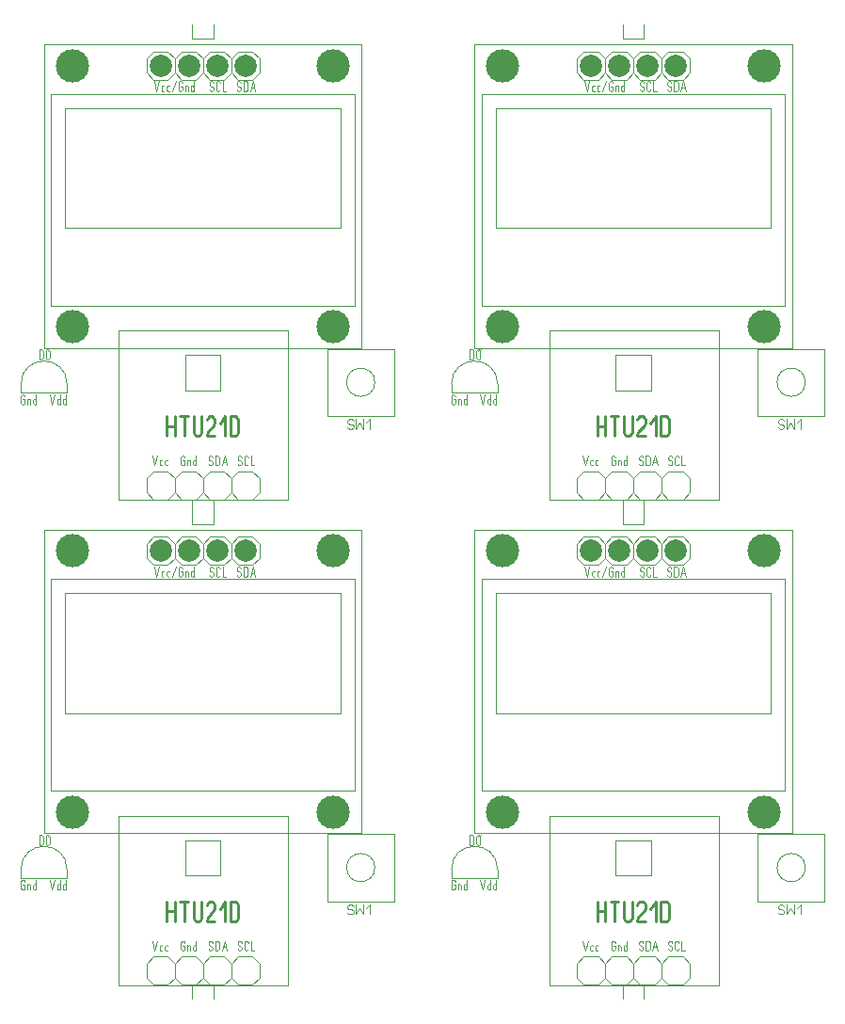
<source format=gbr>
%FSLAX34Y34*%
%MOMM*%
%LNSILK_TOP*%
G71*
G01*
%ADD10C, 0.100*%
%ADD11C, 2.000*%
%ADD12C, 3.000*%
%ADD13C, 0.110*%
%ADD14C, 0.220*%
%LPD*%
G54D10*
X50787Y-15838D02*
X336537Y-15838D01*
X336537Y-288888D01*
X50787Y-288888D01*
X50787Y-15838D01*
G54D10*
X57137Y-60288D02*
X330187Y-60288D01*
X330187Y-250788D01*
X57137Y-250788D01*
X57137Y-60288D01*
G54D10*
X69837Y-72988D02*
X317487Y-72988D01*
X317487Y-180938D01*
X69837Y-180938D01*
X69837Y-72988D01*
G54D10*
X244462Y-41338D02*
X238162Y-47638D01*
X225362Y-47638D01*
X219062Y-41338D01*
X219062Y-28538D01*
X225362Y-22238D01*
X238162Y-22238D01*
X244462Y-28538D01*
X244462Y-41338D01*
G54D10*
X219062Y-41338D02*
X212762Y-47638D01*
X199962Y-47638D01*
X193662Y-41338D01*
X193662Y-28538D01*
X199962Y-22238D01*
X212762Y-22238D01*
X219062Y-28538D01*
X219062Y-41338D01*
G54D10*
X193662Y-41338D02*
X187362Y-47638D01*
X174562Y-47638D01*
X168262Y-41338D01*
X168262Y-28538D01*
X174562Y-22238D01*
X187362Y-22238D01*
X193662Y-28538D01*
X193662Y-41338D01*
G54D10*
X168262Y-41338D02*
X161962Y-47638D01*
X149162Y-47638D01*
X142862Y-41338D01*
X142862Y-28538D01*
X149162Y-22238D01*
X161962Y-22238D01*
X168262Y-28538D01*
X168262Y-41338D01*
X155562Y-34888D02*
G54D11*
D03*
X180962Y-34888D02*
G54D11*
D03*
X206362Y-34888D02*
G54D11*
D03*
X231762Y-34888D02*
G54D11*
D03*
X76187Y-34888D02*
G54D12*
D03*
X311137Y-34888D02*
G54D12*
D03*
X311137Y-269838D02*
G54D12*
D03*
X76187Y-269838D02*
G54D12*
D03*
G54D10*
X30187Y-321388D02*
X30187Y-329388D01*
X71387Y-329388D01*
X71387Y-321388D01*
G54D10*
G75*
G01X71487Y-321488D02*
G03X30087Y-321488I-20700J0D01*
G01*
G54D13*
X31640Y-335244D02*
X33418Y-335244D01*
X33418Y-338021D01*
X32973Y-339132D01*
X32084Y-339688D01*
X31195Y-339688D01*
X30306Y-339132D01*
X29862Y-338021D01*
X29862Y-332466D01*
X30306Y-331355D01*
X31195Y-330799D01*
X32084Y-330799D01*
X32973Y-331355D01*
X33418Y-332466D01*
G54D13*
X35862Y-339688D02*
X35862Y-334688D01*
G54D13*
X35862Y-335799D02*
X36306Y-335021D01*
X37195Y-334688D01*
X38084Y-335021D01*
X38529Y-335799D01*
X38529Y-339688D01*
G54D13*
X43629Y-339688D02*
X43629Y-330799D01*
G54D13*
X43629Y-336132D02*
X43184Y-335021D01*
X42295Y-334688D01*
X41406Y-335021D01*
X40962Y-336132D01*
X40962Y-338355D01*
X41406Y-339466D01*
X42295Y-339688D01*
X43184Y-339466D01*
X43629Y-338355D01*
G54D13*
X55737Y-330799D02*
X57959Y-339688D01*
X60181Y-330799D01*
G54D13*
X65204Y-339688D02*
X65204Y-330799D01*
G54D13*
X65204Y-336132D02*
X64759Y-335021D01*
X63870Y-334688D01*
X62981Y-335021D01*
X62537Y-336132D01*
X62537Y-338355D01*
X62981Y-339466D01*
X63870Y-339688D01*
X64759Y-339466D01*
X65204Y-338355D01*
G54D13*
X70304Y-339688D02*
X70304Y-330799D01*
G54D13*
X70304Y-336132D02*
X69859Y-335021D01*
X68970Y-334688D01*
X68081Y-335021D01*
X67637Y-336132D01*
X67637Y-338355D01*
X68081Y-339466D01*
X68970Y-339688D01*
X69859Y-339466D01*
X70304Y-338355D01*
G54D13*
X46337Y-290438D02*
X46337Y-299327D01*
X48559Y-299327D01*
X49448Y-298771D01*
X49893Y-297660D01*
X49893Y-292105D01*
X49448Y-290994D01*
X48559Y-290438D01*
X46337Y-290438D01*
G54D13*
X54115Y-292105D02*
X56337Y-290438D01*
G54D13*
X55893Y-297660D02*
X55893Y-292105D01*
X55448Y-290994D01*
X54559Y-290438D01*
X53670Y-290438D01*
X52781Y-290994D01*
X52337Y-292105D01*
X52337Y-297660D01*
X52781Y-298771D01*
X53670Y-299327D01*
X54559Y-299327D01*
X55448Y-298771D01*
X55893Y-297660D01*
G54D13*
X149837Y-49187D02*
X152059Y-58076D01*
X154281Y-49187D01*
G54D13*
X158859Y-53409D02*
X157970Y-53076D01*
X157081Y-53409D01*
X156637Y-54520D01*
X156637Y-56742D01*
X157081Y-57853D01*
X157970Y-58076D01*
X158859Y-57853D01*
G54D13*
X163459Y-53409D02*
X162570Y-53076D01*
X161681Y-53409D01*
X161237Y-54520D01*
X161237Y-56742D01*
X161681Y-57853D01*
X162570Y-58076D01*
X163459Y-57853D01*
G54D13*
X165837Y-58076D02*
X169393Y-49187D01*
G54D13*
X173615Y-53631D02*
X175393Y-53631D01*
X175393Y-56409D01*
X174948Y-57520D01*
X174059Y-58076D01*
X173170Y-58076D01*
X172281Y-57520D01*
X171837Y-56409D01*
X171837Y-50853D01*
X172281Y-49742D01*
X173170Y-49187D01*
X174059Y-49187D01*
X174948Y-49742D01*
X175393Y-50853D01*
G54D13*
X177837Y-58076D02*
X177837Y-53076D01*
G54D13*
X177837Y-54187D02*
X178281Y-53409D01*
X179170Y-53076D01*
X180059Y-53409D01*
X180504Y-54187D01*
X180504Y-58076D01*
G54D13*
X185604Y-58076D02*
X185604Y-49187D01*
G54D13*
X185604Y-54520D02*
X185159Y-53409D01*
X184270Y-53076D01*
X183381Y-53409D01*
X182937Y-54520D01*
X182937Y-56742D01*
X183381Y-57853D01*
X184270Y-58076D01*
X185159Y-57853D01*
X185604Y-56742D01*
G54D13*
X199687Y-56409D02*
X200131Y-57520D01*
X201020Y-58076D01*
X201909Y-58076D01*
X202798Y-57520D01*
X203243Y-56409D01*
X203243Y-55298D01*
X202798Y-54187D01*
X201909Y-53631D01*
X201020Y-53631D01*
X200131Y-53076D01*
X199687Y-51964D01*
X199687Y-50853D01*
X200131Y-49742D01*
X201020Y-49187D01*
X201909Y-49187D01*
X202798Y-49742D01*
X203243Y-50853D01*
G54D13*
X209243Y-56409D02*
X208798Y-57520D01*
X207909Y-58076D01*
X207020Y-58076D01*
X206131Y-57520D01*
X205687Y-56409D01*
X205687Y-50853D01*
X206131Y-49742D01*
X207020Y-49187D01*
X207909Y-49187D01*
X208798Y-49742D01*
X209243Y-50853D01*
G54D13*
X211687Y-49187D02*
X211687Y-58076D01*
X214798Y-58076D01*
G54D13*
X224350Y-56409D02*
X224794Y-57520D01*
X225683Y-58076D01*
X226572Y-58076D01*
X227461Y-57520D01*
X227905Y-56409D01*
X227905Y-55298D01*
X227461Y-54187D01*
X226572Y-53631D01*
X225683Y-53631D01*
X224794Y-53076D01*
X224350Y-51964D01*
X224350Y-50853D01*
X224794Y-49742D01*
X225683Y-49187D01*
X226572Y-49187D01*
X227461Y-49742D01*
X227905Y-50853D01*
G54D13*
X230350Y-58076D02*
X230350Y-49187D01*
X232572Y-49187D01*
X233461Y-49742D01*
X233905Y-50853D01*
X233905Y-56409D01*
X233461Y-57520D01*
X232572Y-58076D01*
X230350Y-58076D01*
G54D13*
X236350Y-58076D02*
X238572Y-49187D01*
X240794Y-58076D01*
G54D13*
X237238Y-54742D02*
X239905Y-54742D01*
G54D10*
X365906Y-289732D02*
X305506Y-289732D01*
X305506Y-350132D01*
X365906Y-350132D01*
X365906Y-289732D01*
G54D10*
G75*
G01X348443Y-319894D02*
G03X348443Y-319894I-12700J0D01*
G01*
G54D10*
X117962Y-273588D02*
X270362Y-273588D01*
X270362Y-425988D01*
X117962Y-425988D01*
X117962Y-273588D01*
G54D10*
X244462Y-406363D02*
X238162Y-400063D01*
X225362Y-400063D01*
X219062Y-406363D01*
X219062Y-419163D01*
X225362Y-425463D01*
X238162Y-425463D01*
X244462Y-419163D01*
X244462Y-406363D01*
G54D10*
X219062Y-406363D02*
X212762Y-400063D01*
X199962Y-400063D01*
X193662Y-406363D01*
X193662Y-419163D01*
X199962Y-425463D01*
X212762Y-425463D01*
X219062Y-419163D01*
X219062Y-406363D01*
G54D10*
X193662Y-406363D02*
X187362Y-400063D01*
X174562Y-400063D01*
X168262Y-406363D01*
X168262Y-419163D01*
X174562Y-425463D01*
X187362Y-425463D01*
X193662Y-419163D01*
X193662Y-406363D01*
G54D10*
X168262Y-406363D02*
X161962Y-400063D01*
X149162Y-400063D01*
X142862Y-406363D01*
X142862Y-419163D01*
X149162Y-425463D01*
X161962Y-425463D01*
X168262Y-419163D01*
X168262Y-406363D01*
G54D10*
X177737Y-295288D02*
X209487Y-295288D01*
X209487Y-327038D01*
X177737Y-327038D01*
X177737Y-295288D01*
G54D14*
X161300Y-368263D02*
X161300Y-350485D01*
G54D14*
X168411Y-368263D02*
X168411Y-350485D01*
G54D14*
X161300Y-359374D02*
X168411Y-359374D01*
G54D14*
X176855Y-368263D02*
X176855Y-350485D01*
G54D14*
X173300Y-350485D02*
X180411Y-350485D01*
G54D14*
X185300Y-350485D02*
X185300Y-364930D01*
X186188Y-367152D01*
X187966Y-368263D01*
X189744Y-368263D01*
X191522Y-367152D01*
X192411Y-364930D01*
X192411Y-350485D01*
G54D14*
X204411Y-368263D02*
X197300Y-368263D01*
X197300Y-367152D01*
X198188Y-364930D01*
X203522Y-358263D01*
X204411Y-356041D01*
X204411Y-353818D01*
X203522Y-351596D01*
X201744Y-350485D01*
X199966Y-350485D01*
X198188Y-351596D01*
X197300Y-353818D01*
G54D14*
X209300Y-357152D02*
X213744Y-350485D01*
X213744Y-368263D01*
G54D14*
X218600Y-368263D02*
X218600Y-350485D01*
X223044Y-350485D01*
X224822Y-351596D01*
X225711Y-353818D01*
X225711Y-364930D01*
X224822Y-367152D01*
X223044Y-368263D01*
X218600Y-368263D01*
G54D13*
X148162Y-385762D02*
X150384Y-394650D01*
X152606Y-385762D01*
G54D13*
X157184Y-389984D02*
X156295Y-389650D01*
X155406Y-389984D01*
X154962Y-391095D01*
X154962Y-393317D01*
X155406Y-394428D01*
X156295Y-394650D01*
X157184Y-394428D01*
G54D13*
X161784Y-389984D02*
X160895Y-389650D01*
X160006Y-389984D01*
X159562Y-391095D01*
X159562Y-393317D01*
X160006Y-394428D01*
X160895Y-394650D01*
X161784Y-394428D01*
G54D13*
X175702Y-390206D02*
X177480Y-390206D01*
X177480Y-392984D01*
X177036Y-394095D01*
X176147Y-394650D01*
X175258Y-394650D01*
X174369Y-394095D01*
X173924Y-392984D01*
X173924Y-387428D01*
X174369Y-386317D01*
X175258Y-385762D01*
X176147Y-385762D01*
X177036Y-386317D01*
X177480Y-387428D01*
G54D13*
X179924Y-394650D02*
X179924Y-389650D01*
G54D13*
X179924Y-390762D02*
X180369Y-389984D01*
X181258Y-389650D01*
X182147Y-389984D01*
X182591Y-390762D01*
X182591Y-394650D01*
G54D13*
X187691Y-394650D02*
X187691Y-385762D01*
G54D13*
X187691Y-391095D02*
X187247Y-389984D01*
X186358Y-389650D01*
X185469Y-389984D01*
X185024Y-391095D01*
X185024Y-393317D01*
X185469Y-394428D01*
X186358Y-394650D01*
X187247Y-394428D01*
X187691Y-393317D01*
G54D13*
X225062Y-392984D02*
X225506Y-394095D01*
X226395Y-394650D01*
X227284Y-394650D01*
X228173Y-394095D01*
X228618Y-392984D01*
X228618Y-391873D01*
X228173Y-390762D01*
X227284Y-390206D01*
X226395Y-390206D01*
X225506Y-389650D01*
X225062Y-388539D01*
X225062Y-387428D01*
X225506Y-386317D01*
X226395Y-385762D01*
X227284Y-385762D01*
X228173Y-386317D01*
X228618Y-387428D01*
G54D13*
X234618Y-392984D02*
X234173Y-394095D01*
X233284Y-394650D01*
X232395Y-394650D01*
X231506Y-394095D01*
X231062Y-392984D01*
X231062Y-387428D01*
X231506Y-386317D01*
X232395Y-385762D01*
X233284Y-385762D01*
X234173Y-386317D01*
X234618Y-387428D01*
G54D13*
X237062Y-385762D02*
X237062Y-394650D01*
X240173Y-394650D01*
G54D13*
X198924Y-392984D02*
X199369Y-394095D01*
X200258Y-394650D01*
X201147Y-394650D01*
X202036Y-394095D01*
X202480Y-392984D01*
X202480Y-391873D01*
X202036Y-390762D01*
X201147Y-390206D01*
X200258Y-390206D01*
X199369Y-389650D01*
X198924Y-388539D01*
X198924Y-387428D01*
X199369Y-386317D01*
X200258Y-385762D01*
X201147Y-385762D01*
X202036Y-386317D01*
X202480Y-387428D01*
G54D13*
X204924Y-394650D02*
X204924Y-385762D01*
X207147Y-385762D01*
X208036Y-386317D01*
X208480Y-387428D01*
X208480Y-392984D01*
X208036Y-394095D01*
X207147Y-394650D01*
X204924Y-394650D01*
G54D13*
X210924Y-394650D02*
X213147Y-385762D01*
X215369Y-394650D01*
G54D13*
X211813Y-391317D02*
X214480Y-391317D01*
G54D10*
X184137Y1624D02*
X184137Y-11076D01*
X203187Y-11076D01*
X203187Y1624D01*
G54D10*
X184200Y-438163D02*
X184200Y-425463D01*
X203250Y-425463D01*
X203250Y-438163D01*
G54D13*
X323850Y-360284D02*
X324516Y-361395D01*
X325850Y-361950D01*
X327183Y-361950D01*
X328516Y-361395D01*
X329183Y-360284D01*
X329183Y-359173D01*
X328516Y-358062D01*
X327183Y-357506D01*
X325850Y-357506D01*
X324516Y-356950D01*
X323850Y-355839D01*
X323850Y-354728D01*
X324516Y-353617D01*
X325850Y-353062D01*
X327183Y-353062D01*
X328516Y-353617D01*
X329183Y-354728D01*
G54D13*
X331550Y-353062D02*
X331550Y-361950D01*
X334883Y-356395D01*
X338216Y-361950D01*
X338216Y-353062D01*
G54D13*
X340650Y-356395D02*
X343983Y-353062D01*
X343983Y-361950D01*
G54D10*
X438137Y-15838D02*
X723887Y-15838D01*
X723887Y-288888D01*
X438137Y-288888D01*
X438137Y-15838D01*
G54D10*
X444487Y-60288D02*
X717537Y-60288D01*
X717537Y-250788D01*
X444487Y-250788D01*
X444487Y-60288D01*
G54D10*
X457187Y-72988D02*
X704837Y-72988D01*
X704837Y-180938D01*
X457187Y-180938D01*
X457187Y-72988D01*
G54D10*
X631812Y-41338D02*
X625512Y-47638D01*
X612712Y-47638D01*
X606412Y-41338D01*
X606412Y-28538D01*
X612712Y-22238D01*
X625512Y-22238D01*
X631812Y-28538D01*
X631812Y-41338D01*
G54D10*
X606412Y-41338D02*
X600112Y-47638D01*
X587312Y-47638D01*
X581012Y-41338D01*
X581012Y-28538D01*
X587312Y-22238D01*
X600112Y-22238D01*
X606412Y-28538D01*
X606412Y-41338D01*
G54D10*
X581012Y-41338D02*
X574712Y-47638D01*
X561912Y-47638D01*
X555612Y-41338D01*
X555612Y-28538D01*
X561912Y-22238D01*
X574712Y-22238D01*
X581012Y-28538D01*
X581012Y-41338D01*
G54D10*
X555612Y-41338D02*
X549312Y-47638D01*
X536512Y-47638D01*
X530212Y-41338D01*
X530212Y-28538D01*
X536512Y-22238D01*
X549312Y-22238D01*
X555612Y-28538D01*
X555612Y-41338D01*
X542912Y-34888D02*
G54D11*
D03*
X568312Y-34888D02*
G54D11*
D03*
X593712Y-34888D02*
G54D11*
D03*
X619112Y-34888D02*
G54D11*
D03*
X463537Y-34888D02*
G54D12*
D03*
X698487Y-34888D02*
G54D12*
D03*
X698487Y-269838D02*
G54D12*
D03*
X463537Y-269838D02*
G54D12*
D03*
G54D10*
X417537Y-321388D02*
X417537Y-329388D01*
X458737Y-329388D01*
X458737Y-321388D01*
G54D10*
G75*
G01X458837Y-321488D02*
G03X417437Y-321488I-20700J0D01*
G01*
G54D13*
X418990Y-335244D02*
X420768Y-335244D01*
X420768Y-338021D01*
X420323Y-339132D01*
X419434Y-339688D01*
X418545Y-339688D01*
X417656Y-339132D01*
X417212Y-338021D01*
X417212Y-332466D01*
X417656Y-331355D01*
X418545Y-330799D01*
X419434Y-330799D01*
X420323Y-331355D01*
X420768Y-332466D01*
G54D13*
X423212Y-339688D02*
X423212Y-334688D01*
G54D13*
X423212Y-335799D02*
X423656Y-335021D01*
X424545Y-334688D01*
X425434Y-335021D01*
X425879Y-335799D01*
X425879Y-339688D01*
G54D13*
X430979Y-339688D02*
X430979Y-330799D01*
G54D13*
X430979Y-336132D02*
X430534Y-335021D01*
X429645Y-334688D01*
X428756Y-335021D01*
X428312Y-336132D01*
X428312Y-338355D01*
X428756Y-339466D01*
X429645Y-339688D01*
X430534Y-339466D01*
X430979Y-338355D01*
G54D13*
X443087Y-330799D02*
X445309Y-339688D01*
X447531Y-330799D01*
G54D13*
X452554Y-339688D02*
X452554Y-330799D01*
G54D13*
X452554Y-336132D02*
X452109Y-335021D01*
X451220Y-334688D01*
X450331Y-335021D01*
X449887Y-336132D01*
X449887Y-338355D01*
X450331Y-339466D01*
X451220Y-339688D01*
X452109Y-339466D01*
X452554Y-338355D01*
G54D13*
X457654Y-339688D02*
X457654Y-330799D01*
G54D13*
X457654Y-336132D02*
X457209Y-335021D01*
X456320Y-334688D01*
X455431Y-335021D01*
X454987Y-336132D01*
X454987Y-338355D01*
X455431Y-339466D01*
X456320Y-339688D01*
X457209Y-339466D01*
X457654Y-338355D01*
G54D13*
X433687Y-290438D02*
X433687Y-299327D01*
X435909Y-299327D01*
X436798Y-298771D01*
X437243Y-297660D01*
X437243Y-292105D01*
X436798Y-290994D01*
X435909Y-290438D01*
X433687Y-290438D01*
G54D13*
X441465Y-292105D02*
X443687Y-290438D01*
G54D13*
X443243Y-297660D02*
X443243Y-292105D01*
X442798Y-290994D01*
X441909Y-290438D01*
X441020Y-290438D01*
X440131Y-290994D01*
X439687Y-292105D01*
X439687Y-297660D01*
X440131Y-298771D01*
X441020Y-299327D01*
X441909Y-299327D01*
X442798Y-298771D01*
X443243Y-297660D01*
G54D13*
X537187Y-49187D02*
X539409Y-58076D01*
X541631Y-49187D01*
G54D13*
X546209Y-53409D02*
X545320Y-53076D01*
X544431Y-53409D01*
X543987Y-54520D01*
X543987Y-56742D01*
X544431Y-57853D01*
X545320Y-58076D01*
X546209Y-57853D01*
G54D13*
X550809Y-53409D02*
X549920Y-53076D01*
X549031Y-53409D01*
X548587Y-54520D01*
X548587Y-56742D01*
X549031Y-57853D01*
X549920Y-58076D01*
X550809Y-57853D01*
G54D13*
X553187Y-58076D02*
X556743Y-49187D01*
G54D13*
X560965Y-53631D02*
X562743Y-53631D01*
X562743Y-56409D01*
X562298Y-57520D01*
X561409Y-58076D01*
X560520Y-58076D01*
X559631Y-57520D01*
X559187Y-56409D01*
X559187Y-50853D01*
X559631Y-49742D01*
X560520Y-49187D01*
X561409Y-49187D01*
X562298Y-49742D01*
X562743Y-50853D01*
G54D13*
X565187Y-58076D02*
X565187Y-53076D01*
G54D13*
X565187Y-54187D02*
X565631Y-53409D01*
X566520Y-53076D01*
X567409Y-53409D01*
X567854Y-54187D01*
X567854Y-58076D01*
G54D13*
X572954Y-58076D02*
X572954Y-49187D01*
G54D13*
X572954Y-54520D02*
X572509Y-53409D01*
X571620Y-53076D01*
X570731Y-53409D01*
X570287Y-54520D01*
X570287Y-56742D01*
X570731Y-57853D01*
X571620Y-58076D01*
X572509Y-57853D01*
X572954Y-56742D01*
G54D13*
X587037Y-56409D02*
X587481Y-57520D01*
X588370Y-58076D01*
X589259Y-58076D01*
X590148Y-57520D01*
X590593Y-56409D01*
X590593Y-55298D01*
X590148Y-54187D01*
X589259Y-53631D01*
X588370Y-53631D01*
X587481Y-53076D01*
X587037Y-51964D01*
X587037Y-50853D01*
X587481Y-49742D01*
X588370Y-49187D01*
X589259Y-49187D01*
X590148Y-49742D01*
X590593Y-50853D01*
G54D13*
X596593Y-56409D02*
X596148Y-57520D01*
X595259Y-58076D01*
X594370Y-58076D01*
X593481Y-57520D01*
X593037Y-56409D01*
X593037Y-50853D01*
X593481Y-49742D01*
X594370Y-49187D01*
X595259Y-49187D01*
X596148Y-49742D01*
X596593Y-50853D01*
G54D13*
X599037Y-49187D02*
X599037Y-58076D01*
X602148Y-58076D01*
G54D13*
X611700Y-56409D02*
X612144Y-57520D01*
X613033Y-58076D01*
X613922Y-58076D01*
X614811Y-57520D01*
X615255Y-56409D01*
X615255Y-55298D01*
X614811Y-54187D01*
X613922Y-53631D01*
X613033Y-53631D01*
X612144Y-53076D01*
X611700Y-51964D01*
X611700Y-50853D01*
X612144Y-49742D01*
X613033Y-49187D01*
X613922Y-49187D01*
X614811Y-49742D01*
X615255Y-50853D01*
G54D13*
X617700Y-58076D02*
X617700Y-49187D01*
X619922Y-49187D01*
X620811Y-49742D01*
X621255Y-50853D01*
X621255Y-56409D01*
X620811Y-57520D01*
X619922Y-58076D01*
X617700Y-58076D01*
G54D13*
X623700Y-58076D02*
X625922Y-49187D01*
X628144Y-58076D01*
G54D13*
X624588Y-54742D02*
X627255Y-54742D01*
G54D10*
X753256Y-289732D02*
X692856Y-289732D01*
X692856Y-350132D01*
X753256Y-350132D01*
X753256Y-289732D01*
G54D10*
G75*
G01X735793Y-319894D02*
G03X735793Y-319894I-12700J0D01*
G01*
G54D10*
X505312Y-273588D02*
X657712Y-273588D01*
X657712Y-425988D01*
X505312Y-425988D01*
X505312Y-273588D01*
G54D10*
X631812Y-406363D02*
X625512Y-400063D01*
X612712Y-400063D01*
X606412Y-406363D01*
X606412Y-419163D01*
X612712Y-425463D01*
X625512Y-425463D01*
X631812Y-419163D01*
X631812Y-406363D01*
G54D10*
X606412Y-406363D02*
X600112Y-400063D01*
X587312Y-400063D01*
X581012Y-406363D01*
X581012Y-419163D01*
X587312Y-425463D01*
X600112Y-425463D01*
X606412Y-419163D01*
X606412Y-406363D01*
G54D10*
X581012Y-406363D02*
X574712Y-400063D01*
X561912Y-400063D01*
X555612Y-406363D01*
X555612Y-419163D01*
X561912Y-425463D01*
X574712Y-425463D01*
X581012Y-419163D01*
X581012Y-406363D01*
G54D10*
X555612Y-406363D02*
X549312Y-400063D01*
X536512Y-400063D01*
X530212Y-406363D01*
X530212Y-419163D01*
X536512Y-425463D01*
X549312Y-425463D01*
X555612Y-419163D01*
X555612Y-406363D01*
G54D10*
X565087Y-295288D02*
X596837Y-295288D01*
X596837Y-327038D01*
X565087Y-327038D01*
X565087Y-295288D01*
G54D14*
X548650Y-368263D02*
X548650Y-350485D01*
G54D14*
X555761Y-368263D02*
X555761Y-350485D01*
G54D14*
X548650Y-359374D02*
X555761Y-359374D01*
G54D14*
X564205Y-368263D02*
X564205Y-350485D01*
G54D14*
X560650Y-350485D02*
X567761Y-350485D01*
G54D14*
X572650Y-350485D02*
X572650Y-364930D01*
X573538Y-367152D01*
X575316Y-368263D01*
X577094Y-368263D01*
X578872Y-367152D01*
X579761Y-364930D01*
X579761Y-350485D01*
G54D14*
X591761Y-368263D02*
X584650Y-368263D01*
X584650Y-367152D01*
X585538Y-364930D01*
X590872Y-358263D01*
X591761Y-356041D01*
X591761Y-353818D01*
X590872Y-351596D01*
X589094Y-350485D01*
X587316Y-350485D01*
X585538Y-351596D01*
X584650Y-353818D01*
G54D14*
X596650Y-357152D02*
X601094Y-350485D01*
X601094Y-368263D01*
G54D14*
X605950Y-368263D02*
X605950Y-350485D01*
X610394Y-350485D01*
X612172Y-351596D01*
X613061Y-353818D01*
X613061Y-364930D01*
X612172Y-367152D01*
X610394Y-368263D01*
X605950Y-368263D01*
G54D13*
X535512Y-385762D02*
X537734Y-394650D01*
X539956Y-385762D01*
G54D13*
X544534Y-389984D02*
X543645Y-389650D01*
X542756Y-389984D01*
X542312Y-391095D01*
X542312Y-393317D01*
X542756Y-394428D01*
X543645Y-394650D01*
X544534Y-394428D01*
G54D13*
X549134Y-389984D02*
X548245Y-389650D01*
X547356Y-389984D01*
X546912Y-391095D01*
X546912Y-393317D01*
X547356Y-394428D01*
X548245Y-394650D01*
X549134Y-394428D01*
G54D13*
X563052Y-390206D02*
X564830Y-390206D01*
X564830Y-392984D01*
X564386Y-394095D01*
X563497Y-394650D01*
X562608Y-394650D01*
X561719Y-394095D01*
X561274Y-392984D01*
X561274Y-387428D01*
X561719Y-386317D01*
X562608Y-385762D01*
X563497Y-385762D01*
X564386Y-386317D01*
X564830Y-387428D01*
G54D13*
X567274Y-394650D02*
X567274Y-389650D01*
G54D13*
X567274Y-390762D02*
X567719Y-389984D01*
X568608Y-389650D01*
X569497Y-389984D01*
X569941Y-390762D01*
X569941Y-394650D01*
G54D13*
X575041Y-394650D02*
X575041Y-385762D01*
G54D13*
X575041Y-391095D02*
X574597Y-389984D01*
X573708Y-389650D01*
X572819Y-389984D01*
X572374Y-391095D01*
X572374Y-393317D01*
X572819Y-394428D01*
X573708Y-394650D01*
X574597Y-394428D01*
X575041Y-393317D01*
G54D13*
X612412Y-392984D02*
X612856Y-394095D01*
X613745Y-394650D01*
X614634Y-394650D01*
X615523Y-394095D01*
X615968Y-392984D01*
X615968Y-391873D01*
X615523Y-390762D01*
X614634Y-390206D01*
X613745Y-390206D01*
X612856Y-389650D01*
X612412Y-388539D01*
X612412Y-387428D01*
X612856Y-386317D01*
X613745Y-385762D01*
X614634Y-385762D01*
X615523Y-386317D01*
X615968Y-387428D01*
G54D13*
X621968Y-392984D02*
X621523Y-394095D01*
X620634Y-394650D01*
X619745Y-394650D01*
X618856Y-394095D01*
X618412Y-392984D01*
X618412Y-387428D01*
X618856Y-386317D01*
X619745Y-385762D01*
X620634Y-385762D01*
X621523Y-386317D01*
X621968Y-387428D01*
G54D13*
X624412Y-385762D02*
X624412Y-394650D01*
X627523Y-394650D01*
G54D13*
X586274Y-392984D02*
X586719Y-394095D01*
X587608Y-394650D01*
X588497Y-394650D01*
X589386Y-394095D01*
X589830Y-392984D01*
X589830Y-391873D01*
X589386Y-390762D01*
X588497Y-390206D01*
X587608Y-390206D01*
X586719Y-389650D01*
X586274Y-388539D01*
X586274Y-387428D01*
X586719Y-386317D01*
X587608Y-385762D01*
X588497Y-385762D01*
X589386Y-386317D01*
X589830Y-387428D01*
G54D13*
X592274Y-394650D02*
X592274Y-385762D01*
X594497Y-385762D01*
X595386Y-386317D01*
X595830Y-387428D01*
X595830Y-392984D01*
X595386Y-394095D01*
X594497Y-394650D01*
X592274Y-394650D01*
G54D13*
X598274Y-394650D02*
X600497Y-385762D01*
X602719Y-394650D01*
G54D13*
X599163Y-391317D02*
X601830Y-391317D01*
G54D10*
X571487Y1624D02*
X571487Y-11076D01*
X590537Y-11076D01*
X590537Y1624D01*
G54D10*
X571550Y-438163D02*
X571550Y-425463D01*
X590600Y-425463D01*
X590600Y-438163D01*
G54D13*
X711200Y-360284D02*
X711866Y-361395D01*
X713200Y-361950D01*
X714533Y-361950D01*
X715866Y-361395D01*
X716533Y-360284D01*
X716533Y-359173D01*
X715866Y-358062D01*
X714533Y-357506D01*
X713200Y-357506D01*
X711866Y-356950D01*
X711200Y-355839D01*
X711200Y-354728D01*
X711866Y-353617D01*
X713200Y-353062D01*
X714533Y-353062D01*
X715866Y-353617D01*
X716533Y-354728D01*
G54D13*
X718900Y-353062D02*
X718900Y-361950D01*
X722233Y-356395D01*
X725566Y-361950D01*
X725566Y-353062D01*
G54D13*
X728000Y-356395D02*
X731333Y-353062D01*
X731333Y-361950D01*
G54D10*
X50787Y-452400D02*
X336537Y-452400D01*
X336537Y-725450D01*
X50787Y-725450D01*
X50787Y-452400D01*
G54D10*
X57137Y-496850D02*
X330187Y-496850D01*
X330187Y-687350D01*
X57137Y-687350D01*
X57137Y-496850D01*
G54D10*
X69837Y-509550D02*
X317487Y-509550D01*
X317487Y-617500D01*
X69837Y-617500D01*
X69837Y-509550D01*
G54D10*
X244462Y-477900D02*
X238162Y-484200D01*
X225362Y-484200D01*
X219062Y-477900D01*
X219062Y-465100D01*
X225362Y-458800D01*
X238162Y-458800D01*
X244462Y-465100D01*
X244462Y-477900D01*
G54D10*
X219062Y-477900D02*
X212762Y-484200D01*
X199962Y-484200D01*
X193662Y-477900D01*
X193662Y-465100D01*
X199962Y-458800D01*
X212762Y-458800D01*
X219062Y-465100D01*
X219062Y-477900D01*
G54D10*
X193662Y-477900D02*
X187362Y-484200D01*
X174562Y-484200D01*
X168262Y-477900D01*
X168262Y-465100D01*
X174562Y-458800D01*
X187362Y-458800D01*
X193662Y-465100D01*
X193662Y-477900D01*
G54D10*
X168262Y-477900D02*
X161962Y-484200D01*
X149162Y-484200D01*
X142862Y-477900D01*
X142862Y-465100D01*
X149162Y-458800D01*
X161962Y-458800D01*
X168262Y-465100D01*
X168262Y-477900D01*
X155562Y-471450D02*
G54D11*
D03*
X180962Y-471450D02*
G54D11*
D03*
X206362Y-471450D02*
G54D11*
D03*
X231762Y-471450D02*
G54D11*
D03*
X76187Y-471450D02*
G54D12*
D03*
X311137Y-471450D02*
G54D12*
D03*
X311137Y-706400D02*
G54D12*
D03*
X76187Y-706400D02*
G54D12*
D03*
G54D10*
X30187Y-757950D02*
X30187Y-765950D01*
X71387Y-765950D01*
X71387Y-757950D01*
G54D10*
G75*
G01X71487Y-758050D02*
G03X30087Y-758050I-20700J0D01*
G01*
G54D13*
X31640Y-771806D02*
X33418Y-771806D01*
X33418Y-774584D01*
X32973Y-775695D01*
X32084Y-776250D01*
X31195Y-776250D01*
X30306Y-775695D01*
X29862Y-774584D01*
X29862Y-769028D01*
X30306Y-767917D01*
X31195Y-767362D01*
X32084Y-767362D01*
X32973Y-767917D01*
X33418Y-769028D01*
G54D13*
X35862Y-776250D02*
X35862Y-771250D01*
G54D13*
X35862Y-772362D02*
X36306Y-771584D01*
X37195Y-771250D01*
X38084Y-771584D01*
X38529Y-772362D01*
X38529Y-776250D01*
G54D13*
X43629Y-776250D02*
X43629Y-767362D01*
G54D13*
X43629Y-772695D02*
X43184Y-771584D01*
X42295Y-771250D01*
X41406Y-771584D01*
X40962Y-772695D01*
X40962Y-774917D01*
X41406Y-776028D01*
X42295Y-776250D01*
X43184Y-776028D01*
X43629Y-774917D01*
G54D13*
X55737Y-767362D02*
X57959Y-776250D01*
X60181Y-767362D01*
G54D13*
X65204Y-776250D02*
X65204Y-767362D01*
G54D13*
X65204Y-772695D02*
X64759Y-771584D01*
X63870Y-771250D01*
X62981Y-771584D01*
X62537Y-772695D01*
X62537Y-774917D01*
X62981Y-776028D01*
X63870Y-776250D01*
X64759Y-776028D01*
X65204Y-774917D01*
G54D13*
X70304Y-776250D02*
X70304Y-767362D01*
G54D13*
X70304Y-772695D02*
X69859Y-771584D01*
X68970Y-771250D01*
X68081Y-771584D01*
X67637Y-772695D01*
X67637Y-774917D01*
X68081Y-776028D01*
X68970Y-776250D01*
X69859Y-776028D01*
X70304Y-774917D01*
G54D13*
X46337Y-727000D02*
X46337Y-735890D01*
X48559Y-735890D01*
X49448Y-735334D01*
X49893Y-734223D01*
X49893Y-728667D01*
X49448Y-727556D01*
X48559Y-727000D01*
X46337Y-727000D01*
G54D13*
X54115Y-728667D02*
X56337Y-727000D01*
G54D13*
X55893Y-734223D02*
X55893Y-728667D01*
X55448Y-727556D01*
X54559Y-727000D01*
X53670Y-727000D01*
X52781Y-727556D01*
X52337Y-728667D01*
X52337Y-734223D01*
X52781Y-735334D01*
X53670Y-735890D01*
X54559Y-735890D01*
X55448Y-735334D01*
X55893Y-734223D01*
G54D13*
X149837Y-485749D02*
X152059Y-494638D01*
X154281Y-485749D01*
G54D13*
X158859Y-489971D02*
X157970Y-489638D01*
X157081Y-489971D01*
X156637Y-491082D01*
X156637Y-493305D01*
X157081Y-494416D01*
X157970Y-494638D01*
X158859Y-494416D01*
G54D13*
X163459Y-489971D02*
X162570Y-489638D01*
X161681Y-489971D01*
X161237Y-491082D01*
X161237Y-493305D01*
X161681Y-494416D01*
X162570Y-494638D01*
X163459Y-494416D01*
G54D13*
X165837Y-494638D02*
X169393Y-485749D01*
G54D13*
X173615Y-490194D02*
X175393Y-490194D01*
X175393Y-492971D01*
X174948Y-494082D01*
X174059Y-494638D01*
X173170Y-494638D01*
X172281Y-494082D01*
X171837Y-492971D01*
X171837Y-487416D01*
X172281Y-486305D01*
X173170Y-485749D01*
X174059Y-485749D01*
X174948Y-486305D01*
X175393Y-487416D01*
G54D13*
X177837Y-494638D02*
X177837Y-489638D01*
G54D13*
X177837Y-490749D02*
X178281Y-489971D01*
X179170Y-489638D01*
X180059Y-489971D01*
X180504Y-490749D01*
X180504Y-494638D01*
G54D13*
X185604Y-494638D02*
X185604Y-485749D01*
G54D13*
X185604Y-491082D02*
X185159Y-489971D01*
X184270Y-489638D01*
X183381Y-489971D01*
X182937Y-491082D01*
X182937Y-493305D01*
X183381Y-494416D01*
X184270Y-494638D01*
X185159Y-494416D01*
X185604Y-493305D01*
G54D13*
X199687Y-492971D02*
X200131Y-494082D01*
X201020Y-494638D01*
X201909Y-494638D01*
X202798Y-494082D01*
X203243Y-492971D01*
X203243Y-491860D01*
X202798Y-490749D01*
X201909Y-490194D01*
X201020Y-490194D01*
X200131Y-489638D01*
X199687Y-488527D01*
X199687Y-487416D01*
X200131Y-486305D01*
X201020Y-485749D01*
X201909Y-485749D01*
X202798Y-486305D01*
X203243Y-487416D01*
G54D13*
X209243Y-492971D02*
X208798Y-494082D01*
X207909Y-494638D01*
X207020Y-494638D01*
X206131Y-494082D01*
X205687Y-492971D01*
X205687Y-487416D01*
X206131Y-486305D01*
X207020Y-485749D01*
X207909Y-485749D01*
X208798Y-486305D01*
X209243Y-487416D01*
G54D13*
X211687Y-485749D02*
X211687Y-494638D01*
X214798Y-494638D01*
G54D13*
X224350Y-492971D02*
X224794Y-494082D01*
X225683Y-494638D01*
X226572Y-494638D01*
X227461Y-494082D01*
X227905Y-492971D01*
X227905Y-491860D01*
X227461Y-490749D01*
X226572Y-490194D01*
X225683Y-490194D01*
X224794Y-489638D01*
X224350Y-488527D01*
X224350Y-487416D01*
X224794Y-486305D01*
X225683Y-485749D01*
X226572Y-485749D01*
X227461Y-486305D01*
X227905Y-487416D01*
G54D13*
X230350Y-494638D02*
X230350Y-485749D01*
X232572Y-485749D01*
X233461Y-486305D01*
X233905Y-487416D01*
X233905Y-492971D01*
X233461Y-494082D01*
X232572Y-494638D01*
X230350Y-494638D01*
G54D13*
X236350Y-494638D02*
X238572Y-485749D01*
X240794Y-494638D01*
G54D13*
X237238Y-491305D02*
X239905Y-491305D01*
G54D10*
X365906Y-726294D02*
X305506Y-726294D01*
X305506Y-786694D01*
X365906Y-786694D01*
X365906Y-726294D01*
G54D10*
G75*
G01X348443Y-756457D02*
G03X348443Y-756457I-12700J0D01*
G01*
G54D10*
X117962Y-710150D02*
X270362Y-710150D01*
X270362Y-862550D01*
X117962Y-862550D01*
X117962Y-710150D01*
G54D10*
X244462Y-842926D02*
X238162Y-836626D01*
X225362Y-836626D01*
X219062Y-842926D01*
X219062Y-855726D01*
X225362Y-862026D01*
X238162Y-862026D01*
X244462Y-855726D01*
X244462Y-842926D01*
G54D10*
X219062Y-842926D02*
X212762Y-836626D01*
X199962Y-836626D01*
X193662Y-842926D01*
X193662Y-855726D01*
X199962Y-862026D01*
X212762Y-862026D01*
X219062Y-855726D01*
X219062Y-842926D01*
G54D10*
X193662Y-842926D02*
X187362Y-836626D01*
X174562Y-836626D01*
X168262Y-842926D01*
X168262Y-855726D01*
X174562Y-862026D01*
X187362Y-862026D01*
X193662Y-855726D01*
X193662Y-842926D01*
G54D10*
X168262Y-842926D02*
X161962Y-836626D01*
X149162Y-836626D01*
X142862Y-842926D01*
X142862Y-855726D01*
X149162Y-862026D01*
X161962Y-862026D01*
X168262Y-855726D01*
X168262Y-842926D01*
G54D10*
X177737Y-731850D02*
X209487Y-731850D01*
X209487Y-763600D01*
X177737Y-763600D01*
X177737Y-731850D01*
G54D14*
X161300Y-804826D02*
X161300Y-787048D01*
G54D14*
X168411Y-804826D02*
X168411Y-787048D01*
G54D14*
X161300Y-795937D02*
X168411Y-795937D01*
G54D14*
X176855Y-804826D02*
X176855Y-787048D01*
G54D14*
X173300Y-787048D02*
X180411Y-787048D01*
G54D14*
X185300Y-787048D02*
X185300Y-801492D01*
X186188Y-803714D01*
X187966Y-804826D01*
X189744Y-804826D01*
X191522Y-803714D01*
X192411Y-801492D01*
X192411Y-787048D01*
G54D14*
X204411Y-804826D02*
X197300Y-804826D01*
X197300Y-803714D01*
X198188Y-801492D01*
X203522Y-794826D01*
X204411Y-792603D01*
X204411Y-790381D01*
X203522Y-788159D01*
X201744Y-787048D01*
X199966Y-787048D01*
X198188Y-788159D01*
X197300Y-790381D01*
G54D14*
X209300Y-793714D02*
X213744Y-787048D01*
X213744Y-804826D01*
G54D14*
X218600Y-804826D02*
X218600Y-787048D01*
X223044Y-787048D01*
X224822Y-788159D01*
X225711Y-790381D01*
X225711Y-801492D01*
X224822Y-803714D01*
X223044Y-804826D01*
X218600Y-804826D01*
G54D13*
X148162Y-822324D02*
X150384Y-831213D01*
X152606Y-822324D01*
G54D13*
X157184Y-826546D02*
X156295Y-826213D01*
X155406Y-826546D01*
X154962Y-827657D01*
X154962Y-829880D01*
X155406Y-830991D01*
X156295Y-831213D01*
X157184Y-830991D01*
G54D13*
X161784Y-826546D02*
X160895Y-826213D01*
X160006Y-826546D01*
X159562Y-827657D01*
X159562Y-829880D01*
X160006Y-830991D01*
X160895Y-831213D01*
X161784Y-830991D01*
G54D13*
X175702Y-826768D02*
X177480Y-826768D01*
X177480Y-829546D01*
X177036Y-830657D01*
X176147Y-831213D01*
X175258Y-831213D01*
X174369Y-830657D01*
X173924Y-829546D01*
X173924Y-823991D01*
X174369Y-822880D01*
X175258Y-822324D01*
X176147Y-822324D01*
X177036Y-822880D01*
X177480Y-823991D01*
G54D13*
X179924Y-831213D02*
X179924Y-826213D01*
G54D13*
X179924Y-827324D02*
X180369Y-826546D01*
X181258Y-826213D01*
X182147Y-826546D01*
X182591Y-827324D01*
X182591Y-831213D01*
G54D13*
X187691Y-831213D02*
X187691Y-822324D01*
G54D13*
X187691Y-827657D02*
X187247Y-826546D01*
X186358Y-826213D01*
X185469Y-826546D01*
X185024Y-827657D01*
X185024Y-829880D01*
X185469Y-830991D01*
X186358Y-831213D01*
X187247Y-830991D01*
X187691Y-829880D01*
G54D13*
X225062Y-829546D02*
X225506Y-830657D01*
X226395Y-831213D01*
X227284Y-831213D01*
X228173Y-830657D01*
X228618Y-829546D01*
X228618Y-828435D01*
X228173Y-827324D01*
X227284Y-826768D01*
X226395Y-826768D01*
X225506Y-826213D01*
X225062Y-825102D01*
X225062Y-823991D01*
X225506Y-822880D01*
X226395Y-822324D01*
X227284Y-822324D01*
X228173Y-822880D01*
X228618Y-823991D01*
G54D13*
X234618Y-829546D02*
X234173Y-830657D01*
X233284Y-831213D01*
X232395Y-831213D01*
X231506Y-830657D01*
X231062Y-829546D01*
X231062Y-823991D01*
X231506Y-822880D01*
X232395Y-822324D01*
X233284Y-822324D01*
X234173Y-822880D01*
X234618Y-823991D01*
G54D13*
X237062Y-822324D02*
X237062Y-831213D01*
X240173Y-831213D01*
G54D13*
X198924Y-829546D02*
X199369Y-830657D01*
X200258Y-831213D01*
X201147Y-831213D01*
X202036Y-830657D01*
X202480Y-829546D01*
X202480Y-828435D01*
X202036Y-827324D01*
X201147Y-826768D01*
X200258Y-826768D01*
X199369Y-826213D01*
X198924Y-825102D01*
X198924Y-823991D01*
X199369Y-822880D01*
X200258Y-822324D01*
X201147Y-822324D01*
X202036Y-822880D01*
X202480Y-823991D01*
G54D13*
X204924Y-831213D02*
X204924Y-822324D01*
X207147Y-822324D01*
X208036Y-822880D01*
X208480Y-823991D01*
X208480Y-829546D01*
X208036Y-830657D01*
X207147Y-831213D01*
X204924Y-831213D01*
G54D13*
X210924Y-831213D02*
X213147Y-822324D01*
X215369Y-831213D01*
G54D13*
X211813Y-827880D02*
X214480Y-827880D01*
G54D10*
X184137Y-434938D02*
X184137Y-447638D01*
X203187Y-447638D01*
X203187Y-434938D01*
G54D10*
X184200Y-874726D02*
X184200Y-862026D01*
X203250Y-862026D01*
X203250Y-874726D01*
G54D13*
X323850Y-796846D02*
X324516Y-797957D01*
X325850Y-798513D01*
X327183Y-798513D01*
X328516Y-797957D01*
X329183Y-796846D01*
X329183Y-795735D01*
X328516Y-794624D01*
X327183Y-794068D01*
X325850Y-794068D01*
X324516Y-793513D01*
X323850Y-792402D01*
X323850Y-791291D01*
X324516Y-790180D01*
X325850Y-789624D01*
X327183Y-789624D01*
X328516Y-790180D01*
X329183Y-791291D01*
G54D13*
X331550Y-789624D02*
X331550Y-798513D01*
X334883Y-792957D01*
X338216Y-798513D01*
X338216Y-789624D01*
G54D13*
X340650Y-792957D02*
X343983Y-789624D01*
X343983Y-798513D01*
G54D10*
X438137Y-452400D02*
X723887Y-452400D01*
X723887Y-725450D01*
X438137Y-725450D01*
X438137Y-452400D01*
G54D10*
X444487Y-496850D02*
X717537Y-496850D01*
X717537Y-687350D01*
X444487Y-687350D01*
X444487Y-496850D01*
G54D10*
X457187Y-509550D02*
X704837Y-509550D01*
X704837Y-617500D01*
X457187Y-617500D01*
X457187Y-509550D01*
G54D10*
X631812Y-477900D02*
X625512Y-484200D01*
X612712Y-484200D01*
X606412Y-477900D01*
X606412Y-465100D01*
X612712Y-458800D01*
X625512Y-458800D01*
X631812Y-465100D01*
X631812Y-477900D01*
G54D10*
X606412Y-477900D02*
X600112Y-484200D01*
X587312Y-484200D01*
X581012Y-477900D01*
X581012Y-465100D01*
X587312Y-458800D01*
X600112Y-458800D01*
X606412Y-465100D01*
X606412Y-477900D01*
G54D10*
X581012Y-477900D02*
X574712Y-484200D01*
X561912Y-484200D01*
X555612Y-477900D01*
X555612Y-465100D01*
X561912Y-458800D01*
X574712Y-458800D01*
X581012Y-465100D01*
X581012Y-477900D01*
G54D10*
X555612Y-477900D02*
X549312Y-484200D01*
X536512Y-484200D01*
X530212Y-477900D01*
X530212Y-465100D01*
X536512Y-458800D01*
X549312Y-458800D01*
X555612Y-465100D01*
X555612Y-477900D01*
X542912Y-471450D02*
G54D11*
D03*
X568312Y-471450D02*
G54D11*
D03*
X593712Y-471450D02*
G54D11*
D03*
X619112Y-471450D02*
G54D11*
D03*
X463537Y-471450D02*
G54D12*
D03*
X698487Y-471450D02*
G54D12*
D03*
X698487Y-706400D02*
G54D12*
D03*
X463537Y-706400D02*
G54D12*
D03*
G54D10*
X417537Y-757950D02*
X417537Y-765950D01*
X458737Y-765950D01*
X458737Y-757950D01*
G54D10*
G75*
G01X458837Y-758050D02*
G03X417437Y-758050I-20700J0D01*
G01*
G54D13*
X418990Y-771806D02*
X420768Y-771806D01*
X420768Y-774584D01*
X420323Y-775695D01*
X419434Y-776250D01*
X418545Y-776250D01*
X417656Y-775695D01*
X417212Y-774584D01*
X417212Y-769028D01*
X417656Y-767917D01*
X418545Y-767362D01*
X419434Y-767362D01*
X420323Y-767917D01*
X420768Y-769028D01*
G54D13*
X423212Y-776250D02*
X423212Y-771250D01*
G54D13*
X423212Y-772362D02*
X423656Y-771584D01*
X424545Y-771250D01*
X425434Y-771584D01*
X425879Y-772362D01*
X425879Y-776250D01*
G54D13*
X430979Y-776250D02*
X430979Y-767362D01*
G54D13*
X430979Y-772695D02*
X430534Y-771584D01*
X429645Y-771250D01*
X428756Y-771584D01*
X428312Y-772695D01*
X428312Y-774917D01*
X428756Y-776028D01*
X429645Y-776250D01*
X430534Y-776028D01*
X430979Y-774917D01*
G54D13*
X443087Y-767362D02*
X445309Y-776250D01*
X447531Y-767362D01*
G54D13*
X452554Y-776250D02*
X452554Y-767362D01*
G54D13*
X452554Y-772695D02*
X452109Y-771584D01*
X451220Y-771250D01*
X450331Y-771584D01*
X449887Y-772695D01*
X449887Y-774917D01*
X450331Y-776028D01*
X451220Y-776250D01*
X452109Y-776028D01*
X452554Y-774917D01*
G54D13*
X457654Y-776250D02*
X457654Y-767362D01*
G54D13*
X457654Y-772695D02*
X457209Y-771584D01*
X456320Y-771250D01*
X455431Y-771584D01*
X454987Y-772695D01*
X454987Y-774917D01*
X455431Y-776028D01*
X456320Y-776250D01*
X457209Y-776028D01*
X457654Y-774917D01*
G54D13*
X433687Y-727000D02*
X433687Y-735890D01*
X435909Y-735890D01*
X436798Y-735334D01*
X437243Y-734223D01*
X437243Y-728667D01*
X436798Y-727556D01*
X435909Y-727000D01*
X433687Y-727000D01*
G54D13*
X441465Y-728667D02*
X443687Y-727000D01*
G54D13*
X443243Y-734223D02*
X443243Y-728667D01*
X442798Y-727556D01*
X441909Y-727000D01*
X441020Y-727000D01*
X440131Y-727556D01*
X439687Y-728667D01*
X439687Y-734223D01*
X440131Y-735334D01*
X441020Y-735890D01*
X441909Y-735890D01*
X442798Y-735334D01*
X443243Y-734223D01*
G54D13*
X537187Y-485749D02*
X539409Y-494638D01*
X541631Y-485749D01*
G54D13*
X546209Y-489971D02*
X545320Y-489638D01*
X544431Y-489971D01*
X543987Y-491082D01*
X543987Y-493305D01*
X544431Y-494416D01*
X545320Y-494638D01*
X546209Y-494416D01*
G54D13*
X550809Y-489971D02*
X549920Y-489638D01*
X549031Y-489971D01*
X548587Y-491082D01*
X548587Y-493305D01*
X549031Y-494416D01*
X549920Y-494638D01*
X550809Y-494416D01*
G54D13*
X553187Y-494638D02*
X556743Y-485749D01*
G54D13*
X560965Y-490194D02*
X562743Y-490194D01*
X562743Y-492971D01*
X562298Y-494082D01*
X561409Y-494638D01*
X560520Y-494638D01*
X559631Y-494082D01*
X559187Y-492971D01*
X559187Y-487416D01*
X559631Y-486305D01*
X560520Y-485749D01*
X561409Y-485749D01*
X562298Y-486305D01*
X562743Y-487416D01*
G54D13*
X565187Y-494638D02*
X565187Y-489638D01*
G54D13*
X565187Y-490749D02*
X565631Y-489971D01*
X566520Y-489638D01*
X567409Y-489971D01*
X567854Y-490749D01*
X567854Y-494638D01*
G54D13*
X572954Y-494638D02*
X572954Y-485749D01*
G54D13*
X572954Y-491082D02*
X572509Y-489971D01*
X571620Y-489638D01*
X570731Y-489971D01*
X570287Y-491082D01*
X570287Y-493305D01*
X570731Y-494416D01*
X571620Y-494638D01*
X572509Y-494416D01*
X572954Y-493305D01*
G54D13*
X587037Y-492971D02*
X587481Y-494082D01*
X588370Y-494638D01*
X589259Y-494638D01*
X590148Y-494082D01*
X590593Y-492971D01*
X590593Y-491860D01*
X590148Y-490749D01*
X589259Y-490194D01*
X588370Y-490194D01*
X587481Y-489638D01*
X587037Y-488527D01*
X587037Y-487416D01*
X587481Y-486305D01*
X588370Y-485749D01*
X589259Y-485749D01*
X590148Y-486305D01*
X590593Y-487416D01*
G54D13*
X596593Y-492971D02*
X596148Y-494082D01*
X595259Y-494638D01*
X594370Y-494638D01*
X593481Y-494082D01*
X593037Y-492971D01*
X593037Y-487416D01*
X593481Y-486305D01*
X594370Y-485749D01*
X595259Y-485749D01*
X596148Y-486305D01*
X596593Y-487416D01*
G54D13*
X599037Y-485749D02*
X599037Y-494638D01*
X602148Y-494638D01*
G54D13*
X611700Y-492971D02*
X612144Y-494082D01*
X613033Y-494638D01*
X613922Y-494638D01*
X614811Y-494082D01*
X615255Y-492971D01*
X615255Y-491860D01*
X614811Y-490749D01*
X613922Y-490194D01*
X613033Y-490194D01*
X612144Y-489638D01*
X611700Y-488527D01*
X611700Y-487416D01*
X612144Y-486305D01*
X613033Y-485749D01*
X613922Y-485749D01*
X614811Y-486305D01*
X615255Y-487416D01*
G54D13*
X617700Y-494638D02*
X617700Y-485749D01*
X619922Y-485749D01*
X620811Y-486305D01*
X621255Y-487416D01*
X621255Y-492971D01*
X620811Y-494082D01*
X619922Y-494638D01*
X617700Y-494638D01*
G54D13*
X623700Y-494638D02*
X625922Y-485749D01*
X628144Y-494638D01*
G54D13*
X624588Y-491305D02*
X627255Y-491305D01*
G54D10*
X753256Y-726294D02*
X692856Y-726294D01*
X692856Y-786694D01*
X753256Y-786694D01*
X753256Y-726294D01*
G54D10*
G75*
G01X735793Y-756457D02*
G03X735793Y-756457I-12700J0D01*
G01*
G54D10*
X505312Y-710150D02*
X657712Y-710150D01*
X657712Y-862550D01*
X505312Y-862550D01*
X505312Y-710150D01*
G54D10*
X631812Y-842926D02*
X625512Y-836626D01*
X612712Y-836626D01*
X606412Y-842926D01*
X606412Y-855726D01*
X612712Y-862026D01*
X625512Y-862026D01*
X631812Y-855726D01*
X631812Y-842926D01*
G54D10*
X606412Y-842926D02*
X600112Y-836626D01*
X587312Y-836626D01*
X581012Y-842926D01*
X581012Y-855726D01*
X587312Y-862026D01*
X600112Y-862026D01*
X606412Y-855726D01*
X606412Y-842926D01*
G54D10*
X581012Y-842926D02*
X574712Y-836626D01*
X561912Y-836626D01*
X555612Y-842926D01*
X555612Y-855726D01*
X561912Y-862026D01*
X574712Y-862026D01*
X581012Y-855726D01*
X581012Y-842926D01*
G54D10*
X555612Y-842926D02*
X549312Y-836626D01*
X536512Y-836626D01*
X530212Y-842926D01*
X530212Y-855726D01*
X536512Y-862026D01*
X549312Y-862026D01*
X555612Y-855726D01*
X555612Y-842926D01*
G54D10*
X565087Y-731850D02*
X596837Y-731850D01*
X596837Y-763600D01*
X565087Y-763600D01*
X565087Y-731850D01*
G54D14*
X548650Y-804826D02*
X548650Y-787048D01*
G54D14*
X555761Y-804826D02*
X555761Y-787048D01*
G54D14*
X548650Y-795937D02*
X555761Y-795937D01*
G54D14*
X564205Y-804826D02*
X564205Y-787048D01*
G54D14*
X560650Y-787048D02*
X567761Y-787048D01*
G54D14*
X572650Y-787048D02*
X572650Y-801492D01*
X573538Y-803714D01*
X575316Y-804826D01*
X577094Y-804826D01*
X578872Y-803714D01*
X579761Y-801492D01*
X579761Y-787048D01*
G54D14*
X591761Y-804826D02*
X584650Y-804826D01*
X584650Y-803714D01*
X585538Y-801492D01*
X590872Y-794826D01*
X591761Y-792603D01*
X591761Y-790381D01*
X590872Y-788159D01*
X589094Y-787048D01*
X587316Y-787048D01*
X585538Y-788159D01*
X584650Y-790381D01*
G54D14*
X596650Y-793714D02*
X601094Y-787048D01*
X601094Y-804826D01*
G54D14*
X605950Y-804826D02*
X605950Y-787048D01*
X610394Y-787048D01*
X612172Y-788159D01*
X613061Y-790381D01*
X613061Y-801492D01*
X612172Y-803714D01*
X610394Y-804826D01*
X605950Y-804826D01*
G54D13*
X535512Y-822324D02*
X537734Y-831213D01*
X539956Y-822324D01*
G54D13*
X544534Y-826546D02*
X543645Y-826213D01*
X542756Y-826546D01*
X542312Y-827657D01*
X542312Y-829880D01*
X542756Y-830991D01*
X543645Y-831213D01*
X544534Y-830991D01*
G54D13*
X549134Y-826546D02*
X548245Y-826213D01*
X547356Y-826546D01*
X546912Y-827657D01*
X546912Y-829880D01*
X547356Y-830991D01*
X548245Y-831213D01*
X549134Y-830991D01*
G54D13*
X563052Y-826768D02*
X564830Y-826768D01*
X564830Y-829546D01*
X564386Y-830657D01*
X563497Y-831213D01*
X562608Y-831213D01*
X561719Y-830657D01*
X561274Y-829546D01*
X561274Y-823991D01*
X561719Y-822880D01*
X562608Y-822324D01*
X563497Y-822324D01*
X564386Y-822880D01*
X564830Y-823991D01*
G54D13*
X567274Y-831213D02*
X567274Y-826213D01*
G54D13*
X567274Y-827324D02*
X567719Y-826546D01*
X568608Y-826213D01*
X569497Y-826546D01*
X569941Y-827324D01*
X569941Y-831213D01*
G54D13*
X575041Y-831213D02*
X575041Y-822324D01*
G54D13*
X575041Y-827657D02*
X574597Y-826546D01*
X573708Y-826213D01*
X572819Y-826546D01*
X572374Y-827657D01*
X572374Y-829880D01*
X572819Y-830991D01*
X573708Y-831213D01*
X574597Y-830991D01*
X575041Y-829880D01*
G54D13*
X612412Y-829546D02*
X612856Y-830657D01*
X613745Y-831213D01*
X614634Y-831213D01*
X615523Y-830657D01*
X615968Y-829546D01*
X615968Y-828435D01*
X615523Y-827324D01*
X614634Y-826768D01*
X613745Y-826768D01*
X612856Y-826213D01*
X612412Y-825102D01*
X612412Y-823991D01*
X612856Y-822880D01*
X613745Y-822324D01*
X614634Y-822324D01*
X615523Y-822880D01*
X615968Y-823991D01*
G54D13*
X621968Y-829546D02*
X621523Y-830657D01*
X620634Y-831213D01*
X619745Y-831213D01*
X618856Y-830657D01*
X618412Y-829546D01*
X618412Y-823991D01*
X618856Y-822880D01*
X619745Y-822324D01*
X620634Y-822324D01*
X621523Y-822880D01*
X621968Y-823991D01*
G54D13*
X624412Y-822324D02*
X624412Y-831213D01*
X627523Y-831213D01*
G54D13*
X586274Y-829546D02*
X586719Y-830657D01*
X587608Y-831213D01*
X588497Y-831213D01*
X589386Y-830657D01*
X589830Y-829546D01*
X589830Y-828435D01*
X589386Y-827324D01*
X588497Y-826768D01*
X587608Y-826768D01*
X586719Y-826213D01*
X586274Y-825102D01*
X586274Y-823991D01*
X586719Y-822880D01*
X587608Y-822324D01*
X588497Y-822324D01*
X589386Y-822880D01*
X589830Y-823991D01*
G54D13*
X592274Y-831213D02*
X592274Y-822324D01*
X594497Y-822324D01*
X595386Y-822880D01*
X595830Y-823991D01*
X595830Y-829546D01*
X595386Y-830657D01*
X594497Y-831213D01*
X592274Y-831213D01*
G54D13*
X598274Y-831213D02*
X600497Y-822324D01*
X602719Y-831213D01*
G54D13*
X599163Y-827880D02*
X601830Y-827880D01*
G54D10*
X571487Y-434938D02*
X571487Y-447638D01*
X590537Y-447638D01*
X590537Y-434938D01*
G54D10*
X571550Y-874726D02*
X571550Y-862026D01*
X590600Y-862026D01*
X590600Y-874726D01*
G54D13*
X711200Y-796846D02*
X711866Y-797957D01*
X713200Y-798513D01*
X714533Y-798513D01*
X715866Y-797957D01*
X716533Y-796846D01*
X716533Y-795735D01*
X715866Y-794624D01*
X714533Y-794068D01*
X713200Y-794068D01*
X711866Y-793513D01*
X711200Y-792402D01*
X711200Y-791291D01*
X711866Y-790180D01*
X713200Y-789624D01*
X714533Y-789624D01*
X715866Y-790180D01*
X716533Y-791291D01*
G54D13*
X718900Y-789624D02*
X718900Y-798513D01*
X722233Y-792957D01*
X725566Y-798513D01*
X725566Y-789624D01*
G54D13*
X728000Y-792957D02*
X731333Y-789624D01*
X731333Y-798513D01*
M02*

</source>
